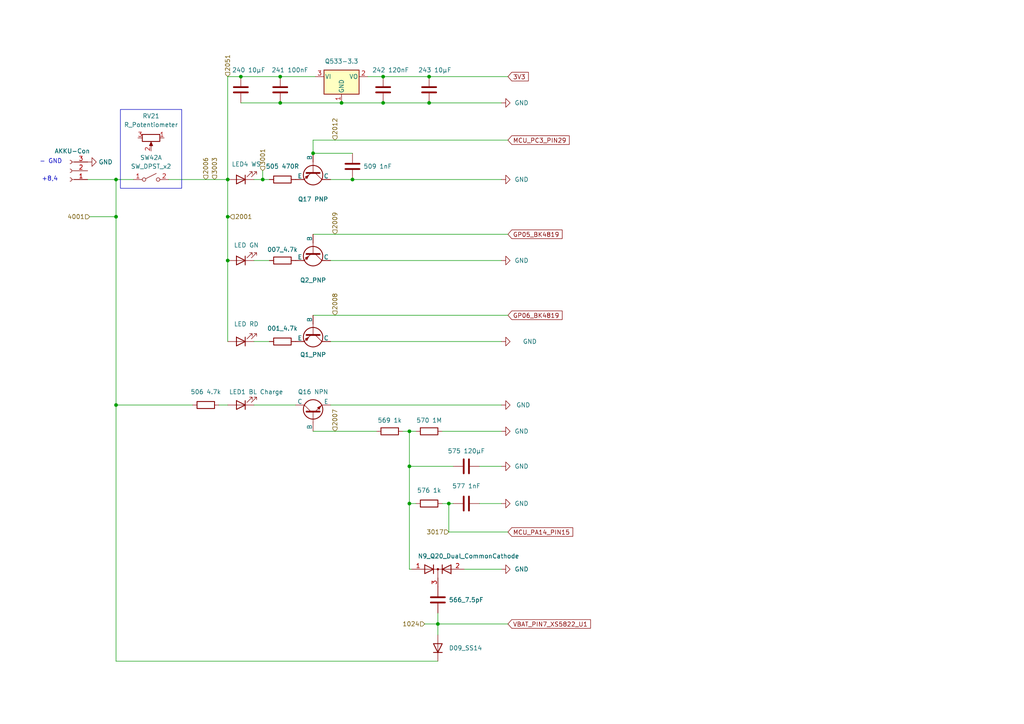
<source format=kicad_sch>
(kicad_sch (version 20230121) (generator eeschema)
  (paper "A4")
  (title_block (title "LED // 3.3V Rail") (date "2024-02-01") (rev "0 Draft") (company "ludwich") (comment 1 "https://github.com/ludwich66/Quansheng_UV-K5_Wiki/tree/main/hardware/KiCad") (comment 2 "https://github.com/ludwich66/Quansheng_UV-K5_Wiki/wiki/Parts---Teile") (comment 3 "Parts Overview Picture:"))
  (lib_symbols
    (symbol "Connector:Conn_01x03_Socket" (pin_names (offset 1.016) hide)
      (property "Reference" "J" (at 0 5.08 0))
      (property "Value" "Conn_01x03_Socket" (at 0 -5.08 0))
      (symbol "Conn_01x03_Socket_1_1"
        (arc (start 0 -2.032) (mid -0.5058 -2.54) (end 0 -3.048) (stroke (width 0.1524)))
        (polyline (pts (xy -1.27 -2.54) (xy -0.508 -2.54)) (stroke (width 0.1524)))
        (polyline (pts (xy -1.27 0) (xy -0.508 0)) (stroke (width 0.1524)))
        (polyline (pts (xy -1.27 2.54) (xy -0.508 2.54)) (stroke (width 0.1524)))
        (arc (start 0 0.508) (mid -0.5058 0) (end 0 -0.508) (stroke (width 0.1524)))
        (arc (start 0 3.048) (mid -0.5058 2.54) (end 0 2.032) (stroke (width 0.1524)))
        (pin passive line (at -5.08 2.54 0) (length 3.81) (name "Pin_1") (number "1"))
        (pin passive line (at -5.08 0 0) (length 3.81) (name "Pin_2") (number "2"))
        (pin passive line (at -5.08 -2.54 0) (length 3.81) (name "Pin_3") (number "3"))
      )
    )
    (symbol "Device:C" (pin_numbers hide) (pin_names (offset 0.254))
      (property "Reference" "C" (at 0.635 2.54 0))
      (property "Value" "C" (at 0.635 -2.54 0))
      (symbol "C_0_1"
        (polyline (pts (xy -2.032 -0.762) (xy 2.032 -0.762)) (stroke (width 0.508)))
        (polyline (pts (xy -2.032 0.762) (xy 2.032 0.762)) (stroke (width 0.508)))
      )
      (symbol "C_1_1"
        (pin passive line (at 0 3.81 270) (length 2.794) (name "~") (number "1"))
        (pin passive line (at 0 -3.81 90) (length 2.794) (name "~") (number "2"))
      )
    )
    (symbol "Device:D" (pin_numbers hide) (pin_names (offset 1.016) hide)
      (property "Reference" "D" (at 0 2.54 0))
      (property "Value" "D" (at 0 -2.54 0))
      (symbol "D_0_1"
        (polyline (pts (xy -1.27 1.27) (xy -1.27 -1.27)) (stroke (width 0.254)))
        (polyline (pts (xy 1.27 0) (xy -1.27 0)))
        (polyline (pts (xy 1.27 1.27) (xy 1.27 -1.27) (xy -1.27 0) (xy 1.27 1.27)) (stroke (width 0.254)))
      )
      (symbol "D_1_1"
        (pin passive line (at -3.81 0 0) (length 2.54) (name "K") (number "1"))
        (pin passive line (at 3.81 0 180) (length 2.54) (name "A") (number "2"))
      )
    )
    (symbol "Device:D_Dual_CommonCathode_AAK" (pin_names (offset 0.762) hide)
      (property "Reference" "D" (at 1.27 -2.54 0))
      (property "Value" "D_Dual_CommonCathode_AAK" (at 0 2.54 0))
      (symbol "D_Dual_CommonCathode_AAK_0_1"
        (polyline (pts (xy -3.81 0) (xy 3.81 0)))
        (polyline (pts (xy 0 0) (xy 0 -2.54)))
        (polyline (pts (xy -1.27 -1.27) (xy -1.27 1.27) (xy -1.27 1.27)) (stroke (width 0.254)))
        (polyline (pts (xy 1.27 -1.27) (xy 1.27 1.27) (xy 1.27 1.27)) (stroke (width 0.254)))
        (polyline (pts (xy -3.81 1.27) (xy -1.27 0) (xy -3.81 -1.27) (xy -3.81 1.27) (xy -3.81 1.27) (xy -3.81 1.27)) (stroke (width 0.254)))
        (polyline (pts (xy 3.81 -1.27) (xy 1.27 0) (xy 3.81 1.27) (xy 3.81 -1.27) (xy 3.81 -1.27) (xy 3.81 -1.27)) (stroke (width 0.254)))
        (circle (center 0 0) (radius 0.254) (fill (type outline)))
        (pin passive line (at -7.62 0 0) (length 3.81) (name "A") (number "1"))
        (pin passive line (at 7.62 0 180) (length 3.81) (name "A") (number "2"))
        (pin passive line (at 0 -5.08 90) (length 2.54) (name "K") (number "3"))
      )
    )
    (symbol "Device:LED" (pin_numbers hide) (pin_names (offset 1.016) hide)
      (property "Reference" "D" (at 0 2.54 0))
      (property "Value" "LED" (at 0 -2.54 0))
      (symbol "LED_0_1"
        (polyline (pts (xy -1.27 -1.27) (xy -1.27 1.27)) (stroke (width 0.254)))
        (polyline (pts (xy -1.27 0) (xy 1.27 0)))
        (polyline (pts (xy 1.27 -1.27) (xy 1.27 1.27) (xy -1.27 0) (xy 1.27 -1.27)) (stroke (width 0.254)))
        (polyline (pts (xy -3.048 -0.762) (xy -4.572 -2.286) (xy -3.81 -2.286) (xy -4.572 -2.286) (xy -4.572 -1.524)))
        (polyline (pts (xy -1.778 -0.762) (xy -3.302 -2.286) (xy -2.54 -2.286) (xy -3.302 -2.286) (xy -3.302 -1.524)))
      )
      (symbol "LED_1_1"
        (pin passive line (at -3.81 0 0) (length 2.54) (name "K") (number "1"))
        (pin passive line (at 3.81 0 180) (length 2.54) (name "A") (number "2"))
      )
    )
    (symbol "Device:R" (pin_numbers hide) (pin_names (offset 0))
      (property "Reference" "R" (at 2.032 0 90))
      (property "Value" "R" (at 0 0 90))
      (symbol "R_0_1"
        (rectangle (start -1.016 -2.54) (end 1.016 2.54) (stroke (width 0.254)))
      )
      (symbol "R_1_1"
        (pin passive line (at 0 3.81 270) (length 1.27) (name "~") (number "1"))
        (pin passive line (at 0 -3.81 90) (length 1.27) (name "~") (number "2"))
      )
    )
    (symbol "Device:R_Potentiometer" (pin_names (offset 1.016) hide)
      (property "Reference" "RV" (at -4.445 0 90))
      (property "Value" "R_Potentiometer" (at -2.54 0 90))
      (symbol "R_Potentiometer_0_1"
        (polyline (pts (xy 2.54 0) (xy 1.524 0)))
        (polyline (pts (xy 1.143 0) (xy 2.286 0.508) (xy 2.286 -0.508) (xy 1.143 0)) (fill (type outline)))
        (rectangle (start 1.016 2.54) (end -1.016 -2.54) (stroke (width 0.254)))
      )
      (symbol "R_Potentiometer_1_1"
        (pin passive line (at 0 3.81 270) (length 1.27) (name "1") (number "1"))
        (pin passive line (at 3.81 0 180) (length 1.27) (name "2") (number "2"))
        (pin passive line (at 0 -3.81 90) (length 1.27) (name "3") (number "3"))
      )
    )
    (symbol "Regulator_Linear:LT1083-3.3" (pin_names (offset 0.254))
      (property "Reference" "U" (at -3.81 3.175 0))
      (property "Value" "LT1083-3.3" (at 0 3.175 0))
      (symbol "LT1083-3.3_0_1"
        (rectangle (start -5.08 1.905) (end 5.08 -5.08) (stroke (width 0.254)) (fill (type background)))
      )
      (symbol "LT1083-3.3_1_1"
        (pin power_in line (at 0 -7.62 90) (length 2.54) (name "GND") (number "1"))
        (pin power_out line (at 7.62 0 180) (length 2.54) (name "VO") (number "2"))
        (pin power_in line (at -7.62 0 0) (length 2.54) (name "VI") (number "3"))
      )
    )
    (symbol "Simulation_SPICE:NPN" (pin_numbers hide) (pin_names (offset 0))
      (property "Reference" "Q" (at -2.54 7.62 0))
      (property "Value" "NPN" (at -2.54 5.08 0))
      (symbol "NPN_0_1"
        (polyline (pts (xy -2.54 0) (xy 0.635 0)) (stroke (width 0.1524)))
        (polyline (pts (xy 0.635 0.635) (xy 2.54 2.54)))
        (polyline (pts (xy 2.794 -1.27) (xy 2.794 -1.27)) (stroke (width 0.1524)))
        (polyline (pts (xy 2.794 -1.27) (xy 2.794 -1.27)) (stroke (width 0.1524)))
        (polyline (pts (xy 0.635 -0.635) (xy 2.54 -2.54) (xy 2.54 -2.54)))
        (polyline (pts (xy 0.635 1.905) (xy 0.635 -1.905) (xy 0.635 -1.905)) (stroke (width 0.508)))
        (polyline (pts (xy 1.27 -1.778) (xy 1.778 -1.27) (xy 2.286 -2.286) (xy 1.27 -1.778) (xy 1.27 -1.778)) (fill (type outline)))
        (circle (center 1.27 0) (radius 2.8194) (stroke (width 0.254)))
      )
      (symbol "NPN_1_1"
        (pin open_collector line (at 2.54 5.08 270) (length 2.54) (name "C") (number "1"))
        (pin input line (at -5.08 0 0) (length 2.54) (name "B") (number "2"))
        (pin open_emitter line (at 2.54 -5.08 90) (length 2.54) (name "E") (number "3"))
      )
    )
    (symbol "Simulation_SPICE:PNP" (pin_numbers hide) (pin_names (offset 0))
      (property "Reference" "Q" (at -2.54 7.62 0))
      (property "Value" "PNP" (at -2.54 5.08 0))
      (symbol "PNP_0_1"
        (polyline (pts (xy -2.54 0) (xy 0.635 0)) (stroke (width 0.1524)))
        (polyline (pts (xy 0.635 0.635) (xy 2.54 2.54)))
        (polyline (pts (xy 0.635 -0.635) (xy 2.54 -2.54) (xy 2.54 -2.54)))
        (polyline (pts (xy 0.635 1.905) (xy 0.635 -1.905) (xy 0.635 -1.905)) (stroke (width 0.508)))
        (polyline (pts (xy 2.286 -1.778) (xy 1.778 -2.286) (xy 1.27 -1.27) (xy 2.286 -1.778) (xy 2.286 -1.778)) (fill (type outline)))
        (circle (center 1.27 0) (radius 2.8194) (stroke (width 0.254)))
      )
      (symbol "PNP_1_1"
        (pin open_collector line (at 2.54 5.08 270) (length 2.54) (name "C") (number "1"))
        (pin input line (at -5.08 0 0) (length 2.54) (name "B") (number "2"))
        (pin open_emitter line (at 2.54 -5.08 90) (length 2.54) (name "E") (number "3"))
      )
    )
    (symbol "Switch:SW_DPST_x2" (pin_names (offset 0) hide)
      (property "Reference" "SW" (at 0 3.175 0))
      (property "Value" "SW_DPST_x2" (at 0 -2.54 0))
      (symbol "SW_DPST_x2_0_0"
        (circle (center -2.032 0) (radius 0.508))
        (polyline (pts (xy -1.524 0.254) (xy 1.524 1.778)))
        (circle (center 2.032 0) (radius 0.508))
      )
      (symbol "SW_DPST_x2_1_1"
        (pin passive line (at -5.08 0 0) (length 2.54) (name "A") (number "1"))
        (pin passive line (at 5.08 0 180) (length 2.54) (name "B") (number "2"))
      )
      (symbol "SW_DPST_x2_2_1"
        (pin passive line (at -5.08 0 0) (length 2.54) (name "A") (number "3"))
        (pin passive line (at 5.08 0 180) (length 2.54) (name "B") (number "4"))
      )
    )
    (symbol "power:GND" (power) (pin_names (offset 0))
      (property "Value" "GND" (at 0 -3.81 0))
      (symbol "GND_0_1"
        (polyline (pts (xy 0 0) (xy 0 -1.27) (xy 1.27 -1.27) (xy 0 -2.54) (xy -1.27 -1.27) (xy 0 -1.27)))
      )
      (symbol "GND_1_1"
        (pin power_in line (at 0 0 270) (length 0) hide (name "GND") (number "1"))
      )
    )
  )
  (junction (at 118.745 135.255))
  (junction (at 81.28 22.225))
  (junction (at 90.805 44.45))
  (junction (at 69.85 22.225))
  (junction (at 33.655 62.865))
  (junction (at 124.46 22.225))
  (junction (at 66.04 75.565))
  (junction (at 33.655 52.07))
  (junction (at 66.04 62.865))
  (junction (at 99.06 29.845))
  (junction (at 127 180.975))
  (junction (at 33.655 117.475))
  (junction (at 124.46 29.845))
  (junction (at 66.04 52.07))
  (junction (at 130.175 146.05))
  (junction (at 81.28 29.845))
  (junction (at 76.2 52.07))
  (junction (at 118.745 146.05))
  (junction (at 111.125 29.845))
  (junction (at 111.125 22.225))
  (junction (at 102.235 52.07))
  (junction (at 118.745 125.095))
  (wire (pts (xy 145.415 75.565) (xy 95.885 75.565)))
  (wire (pts (xy 127 177.8) (xy 127 180.975)))
  (wire (pts (xy 145.415 29.845) (xy 124.46 29.845)))
  (wire (pts (xy 118.745 146.05) (xy 120.65 146.05)))
  (wire (pts (xy 81.28 22.225) (xy 91.44 22.225)))
  (wire (pts (xy 66.675 62.865) (xy 66.04 62.865)))
  (wire (pts (xy 73.66 52.07) (xy 76.2 52.07)))
  (wire (pts (xy 123.19 180.975) (xy 127 180.975)))
  (wire (pts (xy 95.885 99.06) (xy 145.415 99.06)))
  (wire (pts (xy 33.655 117.475) (xy 55.88 117.475)))
  (wire (pts (xy 127 180.975) (xy 147.32 180.975)))
  (wire (pts (xy 90.805 44.45) (xy 102.235 44.45)))
  (wire (pts (xy 124.46 22.225) (xy 147.32 22.225)))
  (wire (pts (xy 66.04 62.865) (xy 66.04 75.565)))
  (wire (pts (xy 102.235 52.07) (xy 95.885 52.07)))
  (wire (pts (xy 124.46 29.845) (xy 111.125 29.845)))
  (wire (pts (xy 78.105 75.565) (xy 73.66 75.565)))
  (wire (pts (xy 111.125 29.845) (xy 99.06 29.845)))
  (wire (pts (xy 66.04 75.565) (xy 66.04 99.06)))
  (wire (pts (xy 48.895 52.07) (xy 66.04 52.07)))
  (wire (pts (xy 139.065 135.255) (xy 145.415 135.255)))
  (wire (pts (xy 69.85 22.225) (xy 81.28 22.225)))
  (wire (pts (xy 33.655 191.77) (xy 127 191.77)))
  (wire (pts (xy 90.805 91.44) (xy 147.32 91.44)))
  (wire (pts (xy 90.805 67.945) (xy 147.32 67.945)))
  (wire (pts (xy 145.415 52.07) (xy 102.235 52.07)))
  (wire (pts (xy 63.5 117.475) (xy 66.04 117.475)))
  (wire (pts (xy 118.745 135.255) (xy 118.745 146.05)))
  (wire (pts (xy 33.655 52.07) (xy 38.735 52.07)))
  (wire (pts (xy 118.745 165.1) (xy 119.38 165.1)))
  (wire (pts (xy 90.805 40.64) (xy 147.32 40.64)))
  (wire (pts (xy 26.035 62.865) (xy 33.655 62.865)))
  (wire (pts (xy 76.2 49.53) (xy 76.2 52.07)))
  (wire (pts (xy 106.68 22.225) (xy 111.125 22.225)))
  (wire (pts (xy 76.2 52.07) (xy 78.105 52.07)))
  (wire (pts (xy 33.655 191.77) (xy 33.655 117.475)))
  (wire (pts (xy 127 180.975) (xy 127 184.15)))
  (wire (pts (xy 118.745 125.095) (xy 118.745 135.255)))
  (wire (pts (xy 130.175 146.05) (xy 131.445 146.05)))
  (wire (pts (xy 95.885 117.475) (xy 145.415 117.475)))
  (wire (pts (xy 66.04 52.07) (xy 66.04 62.865)))
  (wire (pts (xy 130.175 146.05) (xy 130.175 154.305)))
  (wire (pts (xy 111.125 22.225) (xy 124.46 22.225)))
  (wire (pts (xy 139.065 146.05) (xy 145.415 146.05)))
  (wire (pts (xy 66.04 22.225) (xy 69.85 22.225)))
  (wire (pts (xy 33.655 62.865) (xy 33.655 117.475)))
  (wire (pts (xy 69.85 29.845) (xy 81.28 29.845)))
  (wire (pts (xy 118.745 135.255) (xy 131.445 135.255)))
  (wire (pts (xy 81.28 29.845) (xy 99.06 29.845)))
  (wire (pts (xy 78.105 99.06) (xy 73.66 99.06)))
  (wire (pts (xy 90.805 40.64) (xy 90.805 44.45)))
  (wire (pts (xy 118.745 146.05) (xy 118.745 165.1)))
  (wire (pts (xy 90.805 125.095) (xy 109.22 125.095)))
  (wire (pts (xy 66.04 22.225) (xy 66.04 52.07)))
  (wire (pts (xy 73.66 117.475) (xy 85.725 117.475)))
  (wire (pts (xy 128.27 146.05) (xy 130.175 146.05)))
  (wire (pts (xy 33.655 52.07) (xy 33.655 62.865)))
  (wire (pts (xy 25.4 52.07) (xy 33.655 52.07)))
  (wire (pts (xy 116.84 125.095) (xy 118.745 125.095)))
  (wire (pts (xy 134.62 165.1) (xy 145.415 165.1)))
  (wire (pts (xy 130.175 154.305) (xy 147.32 154.305)))
  (wire (pts (xy 118.745 125.095) (xy 120.65 125.095)))
  (wire (pts (xy 128.27 125.095) (xy 145.415 125.095)))
  (rectangle (start 34.925 31.75) (end 52.705 54.61))
  (text "- GND" (at 11.43 47.625 0) (effects (font (size 1.27 1.27)) (justify left bottom)))
  (text "+8,4" (at 12.065 52.705 0) (effects (font (size 1.27 1.27)) (justify left bottom)))
  (global_label "VBAT_PIN7_XS5822_U1" (shape input) (at 147.32 180.975 0) (property "Intersheetrefs" "${INTERSHEET_REFS}" (at 171.8346 180.975 0) (effects (justify left))))
  (global_label "3V3" (shape input) (at 147.32 22.225 0) (property "Intersheetrefs" "${INTERSHEET_REFS}" (at 153.8128 22.225 0) (effects (justify left))))
  (global_label "MCU_PA14_PIN15" (shape input) (at 147.32 154.305 0) (property "Intersheetrefs" "${INTERSHEET_REFS}" (at 166.6942 154.305 0) (effects (justify left))))
  (global_label "GP06_BK4819" (shape input) (at 147.32 91.44 0) (property "Intersheetrefs" "${INTERSHEET_REFS}" (at 163.6098 91.44 0) (effects (justify left))))
  (global_label "MCU_PC3_PIN29" (shape input) (at 147.32 40.64 0) (property "Intersheetrefs" "${INTERSHEET_REFS}" (at 165.6661 40.64 0) (effects (justify left))))
  (global_label "GP05_BK4819" (shape input) (at 147.32 67.945 0) (property "Intersheetrefs" "${INTERSHEET_REFS}" (at 163.6098 67.945 0) (effects (justify left))))
  (hierarchical_label "2012" (shape input) (at 97.155 40.64 90))
  (hierarchical_label "2001" (shape input) (at 66.675 62.865 0))
  (hierarchical_label "2006" (shape input) (at 59.69 52.07 90))
  (hierarchical_label "3001" (shape input) (at 76.2 49.53 90))
  (hierarchical_label "3017" (shape input) (at 130.175 154.305 180))
  (hierarchical_label "3003" (shape input) (at 62.23 52.07 90))
  (hierarchical_label "2051" (shape input) (at 66.04 22.225 90))
  (hierarchical_label "2007" (shape input) (at 97.155 125.095 90))
  (hierarchical_label "2008" (shape input) (at 97.155 91.44 90))
  (hierarchical_label "2009" (shape input) (at 97.155 67.945 90))
  (hierarchical_label "4001" (shape input) (at 26.035 62.865 180))
  (hierarchical_label "1024" (shape input) (at 123.19 180.975 180))
  (symbol (lib_id "Device:LED") (at 69.85 117.475 180) (unit 1)
    (property "Reference" "D57" (effects hide))
    (property "Value" "LED1 BL Charge" (at 74.295 113.665 0))
  )
  (symbol (lib_id "Switch:SW_DPST_x2") (at 43.815 52.07 0) (unit 1)
    (property "Reference" "SW42" (at 43.815 45.72 0))
    (property "Value" "SW_DPST_x2" (at 43.815 48.26 0))
  )
  (symbol (lib_id "Device:R_Potentiometer") (at 43.815 40.005 270) (unit 1)
    (property "Reference" "RV21" (at 43.815 33.655 90))
    (property "Value" "R_Potentiometer" (at 43.815 36.195 90))
  )
  (symbol (lib_id "Device:C") (at 127 173.99 0) (unit 1)
    (property "Reference" "C566" (effects hide))
    (property "Value" "566_7.5pF" (at 130.175 173.99 0) (effects (justify left)))
  )
  (symbol (lib_id "Simulation_SPICE:PNP") (at 90.805 96.52 270) (unit 1)
    (property "Reference" "Q34" (effects hide))
    (property "Value" "Q1_PNP" (at 90.805 102.87 90))
    (property "Sim.Device" "PNP" (effects hide))
    (property "Sim.Type" "GUMMELPOON" (effects hide))
    (property "Sim.Pins" "1=C 2=B 3=E" (effects hide))
  )
  (symbol (lib_id "Device:R") (at 59.69 117.475 90) (unit 1)
    (property "Reference" "R51" (effects hide))
    (property "Value" "506 4.7k" (at 59.69 113.665 90))
  )
  (symbol (lib_id "Device:D") (at 127 187.96 90) (unit 1)
    (property "Reference" "D58" (effects hide))
    (property "Value" "D09_SS14" (at 130.175 187.96 90) (effects (justify right)))
    (property "Sim.Device" "D" (effects hide))
    (property "Sim.Pins" "1=K 2=A" (effects hide))
  )
  (symbol (lib_id "power:GND") (at 145.415 75.565 90) (unit 1)
    (property "Reference" "#PWR0157" (effects hide))
    (property "Value" "GND" (at 149.225 75.565 90) (effects (justify right)))
  )
  (symbol (lib_id "power:GND") (at 145.415 29.845 90) (unit 1)
    (property "Reference" "#PWR0173" (effects hide))
    (property "Value" "GND" (at 149.225 29.845 90) (effects (justify right)))
  )
  (symbol (lib_id "Device:C") (at 81.28 26.035 180) (unit 1)
    (property "Reference" "C241" (effects hide))
    (property "Value" "241 100nF" (at 78.74 20.32 0) (effects (justify right)))
  )
  (symbol (lib_id "Device:C") (at 69.85 26.035 180) (unit 1)
    (property "Reference" "C240" (effects hide))
    (property "Value" "240 10µF" (at 67.31 20.32 0) (effects (justify right)))
  )
  (symbol (lib_id "power:GND") (at 145.415 125.095 90) (unit 1)
    (property "Reference" "#PWR0160" (effects hide))
    (property "Value" "GND" (at 149.225 125.095 90) (effects (justify right)))
  )
  (symbol (lib_id "power:GND") (at 145.415 135.255 90) (unit 1)
    (property "Reference" "#PWR0161" (effects hide))
    (property "Value" "GND" (at 149.225 135.255 90) (effects (justify right)))
  )
  (symbol (lib_id "Device:D_Dual_CommonCathode_AAK") (at 127 165.1 0) (unit 1)
    (property "Reference" "D_Q21" (effects hide))
    (property "Value" "N9_Q20_Dual_CommonCathode" (at 135.89 161.29 0))
  )
  (symbol (lib_id "Device:C") (at 102.235 48.26 180) (unit 1)
    (property "Reference" "C88" (effects hide))
    (property "Value" "509 1nF" (at 105.41 48.26 0) (effects (justify right)))
  )
  (symbol (lib_id "power:GND") (at 145.415 146.05 90) (unit 1)
    (property "Reference" "#PWR0162" (effects hide))
    (property "Value" "GND" (at 149.225 146.05 90) (effects (justify right)))
  )
  (symbol (lib_id "Simulation_SPICE:NPN") (at 90.805 120.015 90) (unit 1)
    (property "Reference" "Q35" (effects hide))
    (property "Value" "Q16 NPN" (at 90.805 113.665 90))
    (property "Sim.Device" "NPN" (effects hide))
    (property "Sim.Type" "GUMMELPOON" (effects hide))
    (property "Sim.Pins" "1=C 2=B 3=E" (effects hide))
  )
  (symbol (lib_id "Regulator_Linear:LT1083-3.3") (at 99.06 22.225 0) (unit 1)
    (property "Reference" "U24" (effects hide))
    (property "Value" "Q533-3.3" (at 99.06 17.78 0))
    (property "Datasheet" "https://www.analog.com/media/en/technical-documentation/data-sheets/1083ffe.pdf" (effects hide))
  )
  (symbol (lib_id "Device:R") (at 81.915 52.07 90) (unit 1)
    (property "Reference" "R48" (effects hide))
    (property "Value" "505 470R" (at 81.915 48.26 90))
  )
  (symbol (lib_id "Simulation_SPICE:PNP") (at 90.805 49.53 270) (unit 1)
    (property "Reference" "Q26" (effects hide))
    (property "Value" "Q17 PNP" (at 90.805 57.785 90))
    (property "Sim.Device" "PNP" (effects hide))
    (property "Sim.Type" "GUMMELPOON" (effects hide))
    (property "Sim.Pins" "1=C 2=B 3=E" (effects hide))
  )
  (symbol (lib_id "power:GND") (at 145.415 99.06 90) (unit 1)
    (property "Reference" "#PWR0158" (effects hide))
    (property "Value" "GND" (at 153.67 99.06 90))
  )
  (symbol (lib_id "power:GND") (at 25.4 46.99 90) (unit 1)
    (property "Reference" "#PWR087" (effects hide))
    (property "Value" "GND" (at 28.575 46.99 90) (effects (justify right)))
  )
  (symbol (lib_id "Device:C") (at 111.125 26.035 180) (unit 1)
    (property "Reference" "C242" (effects hide))
    (property "Value" "242 120nF" (at 107.95 20.32 0) (effects (justify right)))
  )
  (symbol (lib_id "Device:R") (at 113.03 125.095 90) (unit 1)
    (property "Reference" "R61" (effects hide))
    (property "Value" "569 1k" (at 113.03 121.92 90))
  )
  (symbol (lib_id "power:GND") (at 145.415 117.475 90) (unit 1)
    (property "Reference" "#PWR0159" (effects hide))
    (property "Value" "GND" (at 151.765 117.475 90))
  )
  (symbol (lib_id "Device:R") (at 81.915 99.06 90) (unit 1)
    (property "Reference" "R50" (effects hide))
    (property "Value" "001_4.7k" (at 81.915 95.25 90))
  )
  (symbol (lib_id "Device:LED") (at 69.85 52.07 180) (unit 1)
    (property "Reference" "D45" (effects hide))
    (property "Value" "LED4 WS" (at 71.4375 47.625 0))
  )
  (symbol (lib_id "Connector:Conn_01x03_Socket") (at 20.32 49.53 180) (unit 1)
    (property "Reference" "J48" (effects hide))
    (property "Value" "AKKU-Con" (at 20.955 43.815 0))
  )
  (symbol (lib_id "Device:C") (at 124.46 26.035 180) (unit 1)
    (property "Reference" "C243" (effects hide))
    (property "Value" "243 10µF" (at 121.285 20.32 0) (effects (justify right)))
  )
  (symbol (lib_id "Device:C") (at 135.255 135.255 90) (unit 1)
    (property "Reference" "C114" (effects hide))
    (property "Value" "575 120µF" (at 135.255 130.81 90))
  )
  (symbol (lib_id "Device:LED") (at 69.85 99.06 180) (unit 1)
    (property "Reference" "D56" (effects hide))
    (property "Value" "LED RD" (at 71.4375 93.98 0))
  )
  (symbol (lib_id "Simulation_SPICE:PNP") (at 90.805 73.025 270) (unit 1)
    (property "Reference" "Q32" (effects hide))
    (property "Value" "Q2_PNP" (at 90.805 81.28 90))
    (property "Sim.Device" "PNP" (effects hide))
    (property "Sim.Type" "GUMMELPOON" (effects hide))
    (property "Sim.Pins" "1=C 2=B 3=E" (effects hide))
  )
  (symbol (lib_id "Device:C") (at 135.255 146.05 90) (unit 1)
    (property "Reference" "C115" (effects hide))
    (property "Value" "577 1nF" (at 135.255 140.97 90))
  )
  (symbol (lib_id "Device:R") (at 124.46 125.095 90) (unit 1)
    (property "Reference" "R74" (effects hide))
    (property "Value" "570 1M" (at 124.46 121.92 90))
  )
  (symbol (lib_id "Device:R") (at 81.915 75.565 90) (unit 1)
    (property "Reference" "R49" (effects hide))
    (property "Value" "007_4.7k" (at 81.915 72.39 90))
  )
  (symbol (lib_id "power:GND") (at 145.415 52.07 90) (unit 1)
    (property "Reference" "#PWR0156" (effects hide))
    (property "Value" "GND" (at 149.225 52.07 90) (effects (justify right)))
  )
  (symbol (lib_id "Device:LED") (at 69.85 75.565 180) (unit 1)
    (property "Reference" "D55" (effects hide))
    (property "Value" "LED GN" (at 71.4375 71.12 0))
  )
  (symbol (lib_id "power:GND") (at 145.415 165.1 90) (unit 1)
    (property "Reference" "#PWR0163" (effects hide))
    (property "Value" "GND" (at 149.225 165.1 90) (effects (justify right)))
  )
  (symbol (lib_id "Device:R") (at 124.46 146.05 90) (unit 1)
    (property "Reference" "R75" (effects hide))
    (property "Value" "576 1k" (at 124.46 142.24 90))
  )
)
</source>
